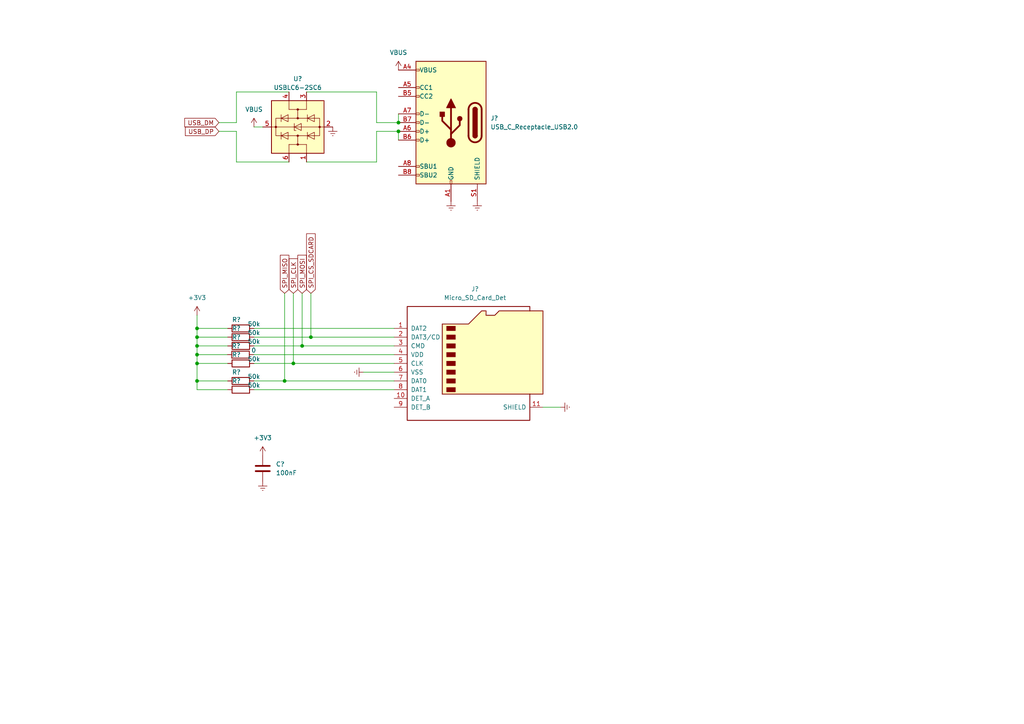
<source format=kicad_sch>
(kicad_sch (version 20211123) (generator eeschema)
  (paper "A4")
  (lib_symbols
    (symbol "Connector:Micro_SD_Card_Det" (pin_names (offset 1.016))
      (property "Reference" "J" (at -16.51 17.78 0))
      (property "Value" "Micro_SD_Card_Det" (at 16.51 17.78 0))
      (symbol "Micro_SD_Card_Det_0_1"
        (rectangle (start -7.62 -6.985) (end -5.08 -8.255) (fill (type outline)))
        (rectangle (start -7.62 -4.445) (end -5.08 -5.715) (fill (type outline)))
        (rectangle (start -7.62 -1.905) (end -5.08 -3.175) (fill (type outline)))
        (rectangle (start -7.62 0.635) (end -5.08 -0.635) (fill (type outline)))
        (rectangle (start -7.62 3.175) (end -5.08 1.905) (fill (type outline)))
        (rectangle (start -7.62 5.715) (end -5.08 4.445) (fill (type outline)))
        (rectangle (start -7.62 8.255) (end -5.08 6.985) (fill (type outline)))
        (rectangle (start -7.62 10.795) (end -5.08 9.525) (fill (type outline)))
        (polyline (pts (xy 16.51 15.24) (xy 16.51 16.51) (xy -19.05 16.51) (xy -19.05 -16.51) (xy 16.51 -16.51) (xy 16.51 -8.89)) (stroke (width 0.254)))
        (polyline (pts (xy -8.89 -8.89) (xy -8.89 11.43) (xy -1.27 11.43) (xy 2.54 15.24) (xy 3.81 15.24) (xy 3.81 13.97) (xy 6.35 13.97) (xy 7.62 15.24) (xy 20.32 15.24) (xy 20.32 -8.89) (xy -8.89 -8.89)) (stroke (width 0.254)) (fill (type background)))
      )
      (symbol "Micro_SD_Card_Det_1_1"
        (pin bidirectional line (at -22.86 10.16 0) (length 3.81) (name "DAT2") (number "1"))
        (pin passive line (at -22.86 -10.16 0) (length 3.81) (name "DET_A") (number "10"))
        (pin passive line (at 20.32 -12.7 180) (length 3.81) (name "SHIELD") (number "11"))
        (pin bidirectional line (at -22.86 7.62 0) (length 3.81) (name "DAT3/CD") (number "2"))
        (pin input line (at -22.86 5.08 0) (length 3.81) (name "CMD") (number "3"))
        (pin power_in line (at -22.86 2.54 0) (length 3.81) (name "VDD") (number "4"))
        (pin input line (at -22.86 0 0) (length 3.81) (name "CLK") (number "5"))
        (pin power_in line (at -22.86 -2.54 0) (length 3.81) (name "VSS") (number "6"))
        (pin bidirectional line (at -22.86 -5.08 0) (length 3.81) (name "DAT0") (number "7"))
        (pin bidirectional line (at -22.86 -7.62 0) (length 3.81) (name "DAT1") (number "8"))
        (pin passive line (at -22.86 -12.7 0) (length 3.81) (name "DET_B") (number "9"))
      )
    )
    (symbol "Connector:USB_C_Receptacle_USB2.0" (pin_names (offset 1.016))
      (property "Reference" "J" (at -10.16 19.05 0))
      (property "Value" "USB_C_Receptacle_USB2.0" (at 19.05 19.05 0))
      (symbol "USB_C_Receptacle_USB2.0_0_0"
        (rectangle (start -0.254 -17.78) (end 0.254 -16.764))
        (rectangle (start 10.16 -14.986) (end 9.144 -15.494))
        (rectangle (start 10.16 -12.446) (end 9.144 -12.954))
        (rectangle (start 10.16 -4.826) (end 9.144 -5.334))
        (rectangle (start 10.16 -2.286) (end 9.144 -2.794))
        (rectangle (start 10.16 0.254) (end 9.144 -0.254))
        (rectangle (start 10.16 2.794) (end 9.144 2.286))
        (rectangle (start 10.16 7.874) (end 9.144 7.366))
        (rectangle (start 10.16 10.414) (end 9.144 9.906))
        (rectangle (start 10.16 15.494) (end 9.144 14.986))
      )
      (symbol "USB_C_Receptacle_USB2.0_0_1"
        (rectangle (start -10.16 17.78) (end 10.16 -17.78) (stroke (width 0.254)) (fill (type background)))
        (arc (start -8.89 -3.81) (mid -6.985 -5.715) (end -5.08 -3.81) (stroke (width 0.508)))
        (arc (start -7.62 -3.81) (mid -6.985 -4.445) (end -6.35 -3.81) (stroke (width 0.254)))
        (arc (start -7.62 -3.81) (mid -6.985 -4.445) (end -6.35 -3.81) (stroke (width 0.254)) (fill (type outline)))
        (rectangle (start -7.62 -3.81) (end -6.35 3.81) (stroke (width 0.254)) (fill (type outline)))
        (arc (start -6.35 3.81) (mid -6.985 4.445) (end -7.62 3.81) (stroke (width 0.254)))
        (arc (start -6.35 3.81) (mid -6.985 4.445) (end -7.62 3.81) (stroke (width 0.254)) (fill (type outline)))
        (arc (start -5.08 3.81) (mid -6.985 5.715) (end -8.89 3.81) (stroke (width 0.508)))
        (circle (center -2.54 1.143) (radius 0.635) (stroke (width 0.254)) (fill (type outline)))
        (circle (center 0 -5.842) (radius 1.27) (fill (type outline)))
        (polyline (pts (xy -8.89 -3.81) (xy -8.89 3.81)) (stroke (width 0.508)))
        (polyline (pts (xy -5.08 3.81) (xy -5.08 -3.81)) (stroke (width 0.508)))
        (polyline (pts (xy 0 -5.842) (xy 0 4.318)) (stroke (width 0.508)))
        (polyline (pts (xy 0 -3.302) (xy -2.54 -0.762) (xy -2.54 0.508)) (stroke (width 0.508)))
        (polyline (pts (xy 0 -2.032) (xy 2.54 0.508) (xy 2.54 1.778)) (stroke (width 0.508)))
        (polyline (pts (xy -1.27 4.318) (xy 0 6.858) (xy 1.27 4.318) (xy -1.27 4.318)) (stroke (width 0.254)) (fill (type outline)))
        (rectangle (start 1.905 1.778) (end 3.175 3.048) (stroke (width 0.254)) (fill (type outline)))
      )
      (symbol "USB_C_Receptacle_USB2.0_1_1"
        (pin passive line (at 0 -22.86 90) (length 5.08) (name "GND") (number "A1"))
        (pin passive line (at 0 -22.86 90) (length 5.08) hide (name "GND") (number "A12"))
        (pin passive line (at 15.24 15.24 180) (length 5.08) (name "VBUS") (number "A4"))
        (pin bidirectional line (at 15.24 10.16 180) (length 5.08) (name "CC1") (number "A5"))
        (pin bidirectional line (at 15.24 -2.54 180) (length 5.08) (name "D+") (number "A6"))
        (pin bidirectional line (at 15.24 2.54 180) (length 5.08) (name "D-") (number "A7"))
        (pin bidirectional line (at 15.24 -12.7 180) (length 5.08) (name "SBU1") (number "A8"))
        (pin passive line (at 15.24 15.24 180) (length 5.08) hide (name "VBUS") (number "A9"))
        (pin passive line (at 0 -22.86 90) (length 5.08) hide (name "GND") (number "B1"))
        (pin passive line (at 0 -22.86 90) (length 5.08) hide (name "GND") (number "B12"))
        (pin passive line (at 15.24 15.24 180) (length 5.08) hide (name "VBUS") (number "B4"))
        (pin bidirectional line (at 15.24 7.62 180) (length 5.08) (name "CC2") (number "B5"))
        (pin bidirectional line (at 15.24 -5.08 180) (length 5.08) (name "D+") (number "B6"))
        (pin bidirectional line (at 15.24 0 180) (length 5.08) (name "D-") (number "B7"))
        (pin bidirectional line (at 15.24 -15.24 180) (length 5.08) (name "SBU2") (number "B8"))
        (pin passive line (at 15.24 15.24 180) (length 5.08) hide (name "VBUS") (number "B9"))
        (pin passive line (at -7.62 -22.86 90) (length 5.08) (name "SHIELD") (number "S1"))
      )
    )
    (symbol "Device:C" (pin_numbers hide) (pin_names (offset 0.254))
      (property "Reference" "C" (at 0.635 2.54 0))
      (property "Value" "C" (at 0.635 -2.54 0))
      (symbol "C_0_1"
        (polyline (pts (xy -2.032 -0.762) (xy 2.032 -0.762)) (stroke (width 0.508)))
        (polyline (pts (xy -2.032 0.762) (xy 2.032 0.762)) (stroke (width 0.508)))
      )
      (symbol "C_1_1"
        (pin passive line (at 0 3.81 270) (length 2.794) (name "~") (number "1"))
        (pin passive line (at 0 -3.81 90) (length 2.794) (name "~") (number "2"))
      )
    )
    (symbol "Device:R" (pin_numbers hide) (pin_names (offset 0))
      (property "Reference" "R" (at 2.032 0 90))
      (property "Value" "R" (at 0 0 90))
      (symbol "R_0_1"
        (rectangle (start -1.016 -2.54) (end 1.016 2.54) (stroke (width 0.254)))
      )
      (symbol "R_1_1"
        (pin passive line (at 0 3.81 270) (length 1.27) (name "~") (number "1"))
        (pin passive line (at 0 -3.81 90) (length 1.27) (name "~") (number "2"))
      )
    )
    (symbol "Power_Protection:USBLC6-2SC6" (pin_names hide)
      (property "Reference" "U" (at 2.54 8.89 0))
      (property "Value" "USBLC6-2SC6" (at 2.54 -8.89 0))
      (symbol "USBLC6-2SC6_0_1"
        (rectangle (start -7.62 -7.62) (end 7.62 7.62) (stroke (width 0.254)) (fill (type background)))
        (circle (center -5.08 0) (radius 0.254) (fill (type outline)))
        (circle (center -2.54 0) (radius 0.254) (fill (type outline)))
        (rectangle (start -2.54 6.35) (end 2.54 -6.35))
        (circle (center 0 -6.35) (radius 0.254) (fill (type outline)))
        (polyline (pts (xy -5.08 -2.54) (xy -7.62 -2.54)))
        (polyline (pts (xy -5.08 0) (xy -5.08 -2.54)))
        (polyline (pts (xy -5.08 2.54) (xy -7.62 2.54)))
        (polyline (pts (xy -1.524 -2.794) (xy -3.556 -2.794)))
        (polyline (pts (xy -1.524 4.826) (xy -3.556 4.826)))
        (polyline (pts (xy 0 -7.62) (xy 0 -6.35)))
        (polyline (pts (xy 0 -6.35) (xy 0 1.27)))
        (polyline (pts (xy 0 1.27) (xy 0 6.35)))
        (polyline (pts (xy 0 6.35) (xy 0 7.62)))
        (polyline (pts (xy 1.524 -2.794) (xy 3.556 -2.794)))
        (polyline (pts (xy 1.524 4.826) (xy 3.556 4.826)))
        (polyline (pts (xy 5.08 -2.54) (xy 7.62 -2.54)))
        (polyline (pts (xy 5.08 0) (xy 5.08 -2.54)))
        (polyline (pts (xy 5.08 2.54) (xy 7.62 2.54)))
        (polyline (pts (xy -2.54 0) (xy -5.08 0) (xy -5.08 2.54)))
        (polyline (pts (xy 2.54 0) (xy 5.08 0) (xy 5.08 2.54)))
        (polyline (pts (xy -3.556 -4.826) (xy -1.524 -4.826) (xy -2.54 -2.794) (xy -3.556 -4.826)))
        (polyline (pts (xy -3.556 2.794) (xy -1.524 2.794) (xy -2.54 4.826) (xy -3.556 2.794)))
        (polyline (pts (xy -1.016 -1.016) (xy 1.016 -1.016) (xy 0 1.016) (xy -1.016 -1.016)))
        (polyline (pts (xy 1.016 1.016) (xy 0.762 1.016) (xy -1.016 1.016) (xy -1.016 0.508)))
        (polyline (pts (xy 3.556 -4.826) (xy 1.524 -4.826) (xy 2.54 -2.794) (xy 3.556 -4.826)))
        (polyline (pts (xy 3.556 2.794) (xy 1.524 2.794) (xy 2.54 4.826) (xy 3.556 2.794)))
        (circle (center 0 6.35) (radius 0.254) (fill (type outline)))
        (circle (center 2.54 0) (radius 0.254) (fill (type outline)))
        (circle (center 5.08 0) (radius 0.254) (fill (type outline)))
      )
      (symbol "USBLC6-2SC6_1_1"
        (pin passive line (at -10.16 -2.54 0) (length 2.54) (name "I/O1") (number "1"))
        (pin passive line (at 0 -10.16 90) (length 2.54) (name "GND") (number "2"))
        (pin passive line (at 10.16 -2.54 180) (length 2.54) (name "I/O2") (number "3"))
        (pin passive line (at 10.16 2.54 180) (length 2.54) (name "I/O2") (number "4"))
        (pin passive line (at 0 10.16 270) (length 2.54) (name "VBUS") (number "5"))
        (pin passive line (at -10.16 2.54 0) (length 2.54) (name "I/O1") (number "6"))
      )
    )
    (symbol "power:+3.3V" (power) (pin_names (offset 0))
      (property "Value" "+3.3V" (at 0 3.556 0))
      (symbol "+3.3V_0_1"
        (polyline (pts (xy -0.762 1.27) (xy 0 2.54)))
        (polyline (pts (xy 0 0) (xy 0 2.54)))
        (polyline (pts (xy 0 2.54) (xy 0.762 1.27)))
      )
      (symbol "+3.3V_1_1"
        (pin power_in line (at 0 0 90) (length 0) hide (name "+3V3") (number "1"))
      )
    )
    (symbol "power:Earth" (power) (pin_names (offset 0))
      (symbol "Earth_0_1"
        (polyline (pts (xy -0.635 -1.905) (xy 0.635 -1.905)))
        (polyline (pts (xy -0.127 -2.54) (xy 0.127 -2.54)))
        (polyline (pts (xy 0 -1.27) (xy 0 0)))
        (polyline (pts (xy 1.27 -1.27) (xy -1.27 -1.27)))
      )
      (symbol "Earth_1_1"
        (pin power_in line (at 0 0 270) (length 0) hide (name "Earth") (number "1"))
      )
    )
    (symbol "power:VBUS" (power) (pin_names (offset 0))
      (property "Value" "VBUS" (at 0 3.81 0))
      (symbol "VBUS_0_1"
        (polyline (pts (xy -0.762 1.27) (xy 0 2.54)))
        (polyline (pts (xy 0 0) (xy 0 2.54)))
        (polyline (pts (xy 0 2.54) (xy 0.762 1.27)))
      )
      (symbol "VBUS_1_1"
        (pin power_in line (at 0 0 90) (length 0) hide (name "VBUS") (number "1"))
      )
    )
  )
  (junction (at 57.15 97.79))
  (junction (at 57.15 102.87))
  (junction (at 57.15 100.33))
  (junction (at 90.17 97.79))
  (junction (at 82.55 110.49))
  (junction (at 87.63 100.33))
  (junction (at 57.15 105.41))
  (junction (at 57.15 95.25))
  (junction (at 115.57 35.56))
  (junction (at 85.09 105.41))
  (junction (at 115.57 38.1))
  (junction (at 57.15 110.49))
  (wire (pts (xy 57.15 97.79) (xy 66.04 97.79)))
  (wire (pts (xy 115.57 33.02) (xy 115.57 35.56)))
  (wire (pts (xy 68.58 26.67) (xy 83.82 26.67)))
  (wire (pts (xy 85.09 105.41) (xy 85.09 85.09)))
  (wire (pts (xy 68.58 38.1) (xy 63.5 38.1)))
  (wire (pts (xy 73.66 100.33) (xy 87.63 100.33)))
  (wire (pts (xy 109.22 38.1) (xy 115.57 38.1)))
  (wire (pts (xy 57.15 100.33) (xy 57.15 97.79)))
  (wire (pts (xy 57.15 113.03) (xy 57.15 110.49)))
  (wire (pts (xy 68.58 35.56) (xy 68.58 26.67)))
  (wire (pts (xy 90.17 97.79) (xy 90.17 85.09)))
  (wire (pts (xy 82.55 110.49) (xy 82.55 85.09)))
  (wire (pts (xy 88.9 26.67) (xy 109.22 26.67)))
  (wire (pts (xy 57.15 95.25) (xy 57.15 91.44)))
  (wire (pts (xy 57.15 105.41) (xy 66.04 105.41)))
  (wire (pts (xy 57.15 102.87) (xy 57.15 100.33)))
  (wire (pts (xy 109.22 26.67) (xy 109.22 35.56)))
  (wire (pts (xy 68.58 46.99) (xy 68.58 38.1)))
  (wire (pts (xy 63.5 35.56) (xy 68.58 35.56)))
  (wire (pts (xy 114.3 102.87) (xy 73.5841 102.87)))
  (wire (pts (xy 114.3 95.25) (xy 73.66 95.25)))
  (wire (pts (xy 73.66 97.79) (xy 90.17 97.79)))
  (wire (pts (xy 109.22 35.56) (xy 115.57 35.56)))
  (wire (pts (xy 162.56 118.11) (xy 157.48 118.11)))
  (wire (pts (xy 73.66 36.83) (xy 76.2 36.83)))
  (wire (pts (xy 115.57 38.1) (xy 115.57 40.64)))
  (wire (pts (xy 57.15 110.49) (xy 57.15 105.41)))
  (wire (pts (xy 105.41 107.95) (xy 114.3 107.95)))
  (wire (pts (xy 87.63 100.33) (xy 87.63 85.09)))
  (wire (pts (xy 88.9 46.99) (xy 109.22 46.99)))
  (wire (pts (xy 114.3 113.03) (xy 73.66 113.03)))
  (wire (pts (xy 57.15 97.79) (xy 57.15 95.25)))
  (wire (pts (xy 66.04 95.25) (xy 57.15 95.25)))
  (wire (pts (xy 57.15 110.49) (xy 66.04 110.49)))
  (wire (pts (xy 73.66 110.49) (xy 82.55 110.49)))
  (wire (pts (xy 114.3 110.49) (xy 82.55 110.49)))
  (wire (pts (xy 114.3 100.33) (xy 87.63 100.33)))
  (wire (pts (xy 57.15 100.33) (xy 66.04 100.33)))
  (wire (pts (xy 65.9641 102.87) (xy 57.15 102.87)))
  (wire (pts (xy 73.66 105.41) (xy 85.09 105.41)))
  (wire (pts (xy 114.3 105.41) (xy 85.09 105.41)))
  (wire (pts (xy 109.22 46.99) (xy 109.22 38.1)))
  (wire (pts (xy 114.3 97.79) (xy 90.17 97.79)))
  (wire (pts (xy 83.82 46.99) (xy 68.58 46.99)))
  (wire (pts (xy 66.04 113.03) (xy 57.15 113.03)))
  (wire (pts (xy 57.15 105.41) (xy 57.15 102.87)))
  (global_label "SPI_CLK" (shape input) (at 85.09 85.09 90) (property "Intersheet References" "${INTERSHEET_REFS}" (effects hide)))
  (global_label "USB_DM" (shape input) (at 63.5 35.56 180) (property "Intersheet References" "${INTERSHEET_REFS}" (effects hide)))
  (global_label "USB_DP" (shape input) (at 63.5 38.1 180) (property "Intersheet References" "${INTERSHEET_REFS}" (effects hide)))
  (global_label "SPI_MISO" (shape input) (at 82.55 85.09 90) (property "Intersheet References" "${INTERSHEET_REFS}" (effects hide)))
  (global_label "SPI_MOSI" (shape input) (at 87.63 85.09 90) (property "Intersheet References" "${INTERSHEET_REFS}" (effects hide)))
  (global_label "SPI_CS_SDCARD" (shape input) (at 90.17 85.09 90) (property "Intersheet References" "${INTERSHEET_REFS}" (effects hide)))
  (symbol (lib_id "Device:R") (at 69.7741 102.87 270) (unit 1)
    (property "Reference" "R?" (at 68.5041 100.33 90))
    (property "Value" "0" (at 73.5841 101.6 90))
  )
  (symbol (lib_id "Device:R") (at 69.85 113.03 270) (unit 1)
    (property "Reference" "R?" (at 68.58 110.49 90))
    (property "Value" "50k" (at 73.66 111.76 90))
  )
  (symbol (lib_id "power:VBUS") (at 115.57 20.32 0) (unit 1)
    (property "Reference" "#PWR?" (effects hide))
    (property "Value" "VBUS" (at 115.57 15.24 0))
  )
  (symbol (lib_id "Connector:Micro_SD_Card_Det") (at 137.16 105.41 0) (unit 1)
    (property "Reference" "J?" (at 137.795 83.82 0))
    (property "Value" "Micro_SD_Card_Det" (at 137.795 86.36 0))
    (property "Datasheet" "https://www.hirose.com/product/en/download_file/key_name/DM3/category/Catalog/doc_file_id/49662/?file_category_id=4&item_id=195&is_series=1" (effects hide))
  )
  (symbol (lib_id "power:Earth") (at 162.56 118.11 90) (unit 1)
    (property "Reference" "#PWR?" (effects hide))
    (property "Value" "Earth" (effects hide))
  )
  (symbol (lib_id "power:Earth") (at 138.43 58.42 0) (unit 1)
    (property "Reference" "#PWR?" (effects hide))
    (property "Value" "Earth" (effects hide))
  )
  (symbol (lib_id "power:Earth") (at 105.41 107.95 270) (unit 1)
    (property "Reference" "#PWR?" (effects hide))
    (property "Value" "Earth" (effects hide))
  )
  (symbol (lib_id "Device:R") (at 69.85 95.25 270) (unit 1)
    (property "Reference" "R?" (at 68.58 92.71 90))
    (property "Value" "50k" (at 73.66 93.98 90))
  )
  (symbol (lib_id "power:Earth") (at 130.81 58.42 0) (unit 1)
    (property "Reference" "#PWR?" (effects hide))
    (property "Value" "Earth" (effects hide))
  )
  (symbol (lib_id "Device:R") (at 69.85 105.41 270) (unit 1)
    (property "Reference" "R?" (at 68.58 102.87 90))
    (property "Value" "50k" (at 73.66 104.14 90))
  )
  (symbol (lib_id "power:VBUS") (at 73.66 36.83 0) (unit 1)
    (property "Reference" "#PWR?" (effects hide))
    (property "Value" "VBUS" (at 73.66 31.75 0))
  )
  (symbol (lib_id "Power_Protection:USBLC6-2SC6") (at 86.36 36.83 90) (unit 1)
    (property "Reference" "U?" (at 86.36 22.86 90))
    (property "Value" "USBLC6-2SC6" (at 86.36 25.4 90))
    (property "Footprint" "Package_TO_SOT_SMD:SOT-23-6" (effects hide))
    (property "Datasheet" "https://www.st.com/resource/en/datasheet/usblc6-2.pdf" (effects hide))
  )
  (symbol (lib_id "Device:R") (at 69.85 100.33 270) (unit 1)
    (property "Reference" "R?" (at 68.58 97.79 90))
    (property "Value" "50k" (at 73.66 99.06 90))
  )
  (symbol (lib_id "power:+3.3V") (at 57.15 91.44 0) (unit 1)
    (property "Reference" "#PWR?" (effects hide))
    (property "Value" "+3.3V" (at 57.15 86.36 0))
  )
  (symbol (lib_id "Device:R") (at 69.85 110.49 270) (unit 1)
    (property "Reference" "R?" (at 68.58 107.95 90))
    (property "Value" "50k" (at 73.66 109.22 90))
  )
  (symbol (lib_id "power:+3.3V") (at 76.2 132.08 0) (unit 1)
    (property "Reference" "#PWR?" (effects hide))
    (property "Value" "+3.3V" (at 76.2 127 0))
  )
  (symbol (lib_id "power:Earth") (at 96.52 36.83 0) (unit 1)
    (property "Reference" "#PWR?" (effects hide))
    (property "Value" "Earth" (effects hide))
  )
  (symbol (lib_id "Device:R") (at 69.85 97.79 270) (unit 1)
    (property "Reference" "R?" (at 68.58 95.25 90))
    (property "Value" "50k" (at 73.66 96.52 90))
  )
  (symbol (lib_id "Connector:USB_C_Receptacle_USB2.0") (at 130.81 35.56 0) (mirror y) (unit 1)
    (property "Reference" "J?" (at 142.24 34.2899 0) (effects (justify right)))
    (property "Value" "USB_C_Receptacle_USB2.0" (at 142.24 36.8299 0) (effects (justify right)))
    (property "Datasheet" "https://www.usb.org/sites/default/files/documents/usb_type-c.zip" (effects hide))
  )
  (symbol (lib_id "Device:C") (at 76.2 135.89 0) (unit 1)
    (property "Reference" "C?" (at 80.01 134.6199 0) (effects (justify left)))
    (property "Value" "100nF" (at 80.01 137.1599 0) (effects (justify left)))
  )
  (symbol (lib_id "power:Earth") (at 76.2 139.7 0) (unit 1)
    (property "Reference" "#PWR?" (effects hide))
    (property "Value" "Earth" (effects hide))
  )
)
</source>
